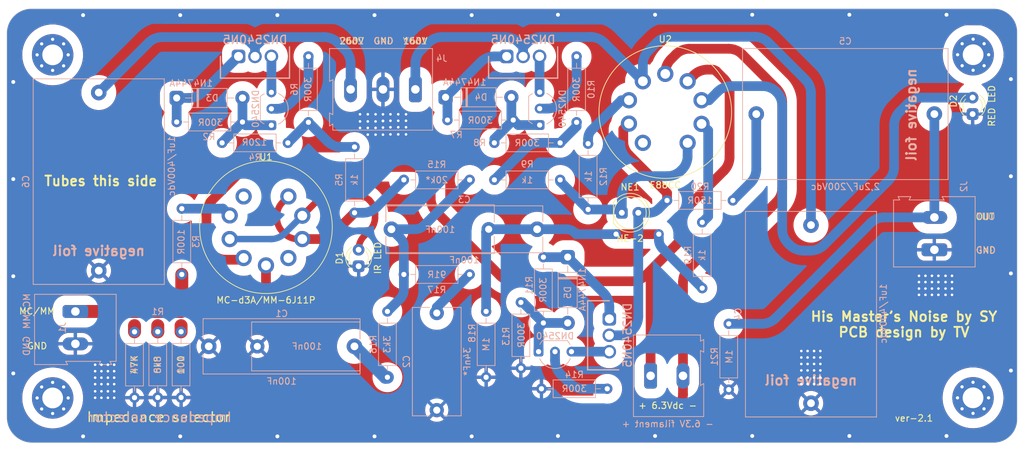
<source format=kicad_pcb>
(kicad_pcb (version 20221018) (generator pcbnew)
  (title_block (title "His Master's Noise") (date "2023-03-19") (rev "1") (company "DUY") (comment 3 "Schematic SY, PCB design tiberiuvicol"))
  (layers (0 "F.Cu" signal) (31 "B.Cu" signal) (34 "B.Paste" user) (35 "F.Paste" user) (36 "B.SilkS" user "B.Silkscreen") (37 "F.SilkS" user "F.Silkscreen") (38 "B.Mask" user) (39 "F.Mask" user) (44 "Edge.Cuts" user))
  (net 0 "")
  (net 1 "Net-(C1-Pad2)")
  (net 2 "GND")
  (net 3 "Net-(C2-Pad2)")
  (net 4 "Net-(C3-Pad2)")
  (net 5 "Net-(C3-Pad1)")
  (net 6 "Net-(C5-Pad2)")
  (net 7 "Net-(C5-Pad1)")
  (net 8 "Net-(D1-Pad2)")
  (net 9 "Net-(D2-Pad2)")
  (net 10 "Net-(NE1-Pad2)")
  (net 11 "Net-(NE1-Pad1)")
  (net 12 "Net-(Q1-Pad3)")
  (net 13 "Net-(D3-Pad1)")
  (net 14 "Net-(Q3-Pad3)")
  (net 15 "Net-(D3-Pad2)")
  (net 16 "Net-(Q5-Pad3)")
  (net 17 "Net-(D4-Pad1)")
  (net 18 "Net-(R3-Pad1)")
  (net 19 "Net-(R4-Pad2)")
  (net 20 "Net-(R15-Pad2)")
  (net 21 "Net-(R10-Pad2)")
  (net 22 "Net-(R12-Pad2)")
  (net 23 "Net-(R19-Pad1)")
  (net 24 "Net-(J1-Pad1)")
  (net 25 "Net-(C4-Pad1)")
  (net 26 "Net-(C6-Pad1)")
  (net 27 "Net-(D4-Pad2)")
  (net 28 "Net-(D5-Pad1)")
  (net 29 "Net-(D5-Pad2)")
  (net 30 "Net-(J3-Pad1)")
  (net 31 "Net-(J3-Pad2)")
  (net 32 "Net-(Q2-Pad2)")
  (net 33 "Net-(Q4-Pad2)")
  (net 34 "Net-(Q6-Pad2)")
  (footprint "LED_THT:LED_D3.0mm_IRBlack" (layer "F.Cu") (at 123.595 102.379 90)
    (fp_text reference "D1")
    (fp_text value "IR LED")
  )
  (footprint "LED_THT:LED_D3.0mm_IRGrey" (layer "F.Cu") (at 218.4 78.884 90)
    (fp_text reference "D2")
    (fp_text value "RED LED")
  )
  (footprint "LED_THT:LED_D5.0mm" (layer "F.Cu") (at 164.235 94.124)
    (fp_text reference "NE1")
    (fp_text value "NE-2")
  )
  (footprint "Valve:Valve_D3a" (layer "F.Cu") (at 105.84 91.604 180)
    (fp_text reference "U1")
    (fp_text value "MC-d3A/MM-6J11P")
  )
  (footprint "MountingHole:MountingHole_3.2mm_M3_Pad_Via" (layer "F.Cu") (at 76.35 122.72)
    (fp_text reference "H1" hide)
    (fp_text value "MountingHole")
  )
  (footprint "MountingHole:MountingHole_3.2mm_M3_Pad_Via" (layer "F.Cu") (at 76.35 69.74)
    (fp_text reference "H2" hide)
    (fp_text value "MountingHole" hide)
  )
  (footprint "MountingHole:MountingHole_3.2mm_M3_Pad_Via" (layer "F.Cu") (at 218.48 69.72)
    (fp_text reference "H3" hide)
    (fp_text value "MountingHole" hide)
  )
  (footprint "MountingHole:MountingHole_3.2mm_M3_Pad_Via" (layer "F.Cu") (at 218.464 122.699)
    (fp_text reference "H4" hide)
    (fp_text value "MountingHole")
  )
  (footprint "Valve:Valve_D3a" (layer "F.Cu") (at 174.395 83.329)
    (fp_text reference "U2")
    (fp_text value "E88CC")
  )
  (footprint "Capacitor_THT:C_Rect_L16.5mm_W7.3mm_P15.00mm_MKT" (layer "B.Cu") (at 107.95 114.76)
    (fp_text reference "C1")
    (fp_text value "100nF")
  )
  (footprint "Capacitor_THT:C_Rect_L16.5mm_W7.3mm_P15.00mm_MKT" (layer "B.Cu") (at 135.66 124.604 90)
    (fp_text reference "C2")
    (fp_text value "34nF*")
  )
  (footprint "Capacitor_THT:C_Rect_L31.5mm_W20.0mm_P27.50mm_MKS4" (layer "B.Cu") (at 212.495 78.884 180)
    (fp_text reference "C5")
    (fp_text value "2,2uF/200Vdc")
  )
  (footprint "SamacSys:TO254P483X1016X2375-3P" (layer "B.Cu") (at 105.05 69.98)
    (fp_text reference "Q1" hide)
    (fp_text value "DN2540N5")
  )
  (footprint "SamacSys:TO254P483X1016X2375-3P" (layer "B.Cu") (at 146.455 69.98)
    (fp_text reference "Q3" hide)
    (fp_text value "DN2540N5")
  )
  (footprint "Resistor_THT:R_Axial_DIN0207_L6.3mm_D2.5mm_P10.16mm_Horizontal" (layer "B.Cu") (at 95.5 80.11)
    (fp_text reference "R2")
    (fp_text value "300R")
  )
  (footprint "Resistor_THT:R_Axial_DIN0207_L6.3mm_D2.5mm_P10.16mm_Horizontal" (layer "B.Cu") (at 122.96 83.964 -90)
    (fp_text reference "R5")
    (fp_text value "1k")
  )
  (footprint "Resistor_THT:R_Axial_DIN0207_L6.3mm_D2.5mm_P10.16mm_Horizontal" (layer "B.Cu") (at 137.31 79.81)
    (fp_text reference "R7")
    (fp_text value "300R")
  )
  (footprint "Resistor_THT:R_Axial_DIN0207_L6.3mm_D2.5mm_P10.16mm_Horizontal" (layer "B.Cu") (at 144.55 83.329)
    (fp_text reference "R8")
    (fp_text value "300R")
  )
  (footprint "Resistor_THT:R_Axial_DIN0207_L6.3mm_D2.5mm_P10.16mm_Horizontal" (layer "B.Cu") (at 144.55 89.044)
    (fp_text reference "R9")
    (fp_text value "1k")
  )
  (footprint "Resistor_THT:R_Axial_DIN0207_L6.3mm_D2.5mm_P10.16mm_Horizontal" (layer "B.Cu") (at 157.25 69.994 -90)
    (fp_text reference "R10")
    (fp_text value "300R")
  )
  (footprint "Resistor_THT:R_Axial_DIN0207_L6.3mm_D2.5mm_P10.16mm_Horizontal" (layer "B.Cu") (at 140.74 89.044 180)
    (fp_text reference "R15")
    (fp_text value "20k*")
  )
  (footprint "Resistor_THT:R_Axial_DIN0207_L6.3mm_D2.5mm_P10.16mm_Horizontal" (layer "B.Cu") (at 128.04 109.364 -90)
    (fp_text reference "R16")
    (fp_text value "3k3")
  )
  (footprint "Resistor_THT:R_Axial_DIN0207_L6.3mm_D2.5mm_P10.16mm_Horizontal" (layer "B.Cu") (at 130.58 103.649)
    (fp_text reference "R17")
    (fp_text value "91R")
  )
  (footprint "Resistor_THT:R_Axial_DIN0207_L6.3mm_D2.5mm_P10.16mm_Horizontal" (layer "B.Cu") (at 143.28 109.364 -90)
    (fp_text reference "R18")
    (fp_text value "1M")
  )
  (footprint "Resistor_THT:R_Axial_DIN0207_L6.3mm_D2.5mm_P10.16mm_Horizontal" (layer "B.Cu") (at 181.38 92.219 180)
    (fp_text reference "R20")
    (fp_text value "150R")
  )
  (footprint "Resistor_THT:R_Axial_DIN0207_L6.3mm_D2.5mm_P10.16mm_Horizontal" (layer "B.Cu") (at 180.745 121.429 90)
    (fp_text reference "R21")
    (fp_text value "1M")
  )
  (footprint "Resistor_THT:R_Axial_DIN0207_L6.3mm_D2.5mm_P10.16mm_Horizontal" (layer "B.Cu") (at 96.29 93.489 -90)
    (fp_text reference "R3")
    (fp_text value "100R")
  )
  (footprint "SamacSys:TO254P483X1016X2375-3P" (layer "B.Cu") (at 162.306 110.504 -90)
    (fp_text reference "Q5" hide)
    (fp_text value "DN2540N5")
  )
  (footprint "Resistor_THT:R_Axial_DIN0207_L6.3mm_D2.5mm_P10.16mm_Horizontal" (layer "B.Cu") (at 152.12 100.98 -90)
    (fp_text reference "R11")
    (fp_text value "300R")
  )
  (footprint "Resistor_THT:R_Axial_DIN0207_L6.3mm_D2.5mm_P10.16mm_Horizontal" (layer "B.Cu") (at 161.985 121.299 180)
    (fp_text reference "R14")
    (fp_text value "300R")
  )
  (footprint "Resistor_THT:R_Axial_DIN0207_L6.3mm_D2.5mm_P10.16mm_Horizontal" (layer "B.Cu") (at 148.65 107.964 -90)
    (fp_text reference "R13")
    (fp_text value "300R")
  )
  (footprint "Resistor_THT:R_Axial_DIN0207_L6.3mm_D2.5mm_P10.16mm_Horizontal" (layer "B.Cu") (at 88.99 112.51 -90)
    (fp_text reference "R1" hide)
    (fp_text value "47K")
  )
  (footprint "Resistor_THT:R_Axial_DIN0207_L6.3mm_D2.5mm_P10.16mm_Horizontal" (layer "B.Cu") (at 176.65 95.604 -90)
    (fp_text reference "R19")
    (fp_text value "1k")
  )
  (footprint "Resistor_THT:R_Axial_DIN0207_L6.3mm_D2.5mm_P10.16mm_Horizontal" (layer "B.Cu") (at 159.028 93.616 90)
    (fp_text reference "R12")
    (fp_text value "1k")
  )
  (footprint "TerminalBlock:TerminalBlock_Altech_AK300-2_P5.00mm" (layer "B.Cu") (at 212.495 99.839 90)
    (fp_text reference "J2")
    (fp_text value "OUT")
  )
  (footprint "TerminalBlock:TerminalBlock_Altech_AK300-3_P5.00mm" (layer "B.Cu") (at 132.355 75.074 180)
    (fp_text reference "J4")
    (fp_text value "160V  GND  260V")
  )
  (footprint "Resistor_THT:R_Axial_DIN0207_L6.3mm_D2.5mm_P10.16mm_Horizontal" (layer "B.Cu") (at 102.51 83.329)
    (fp_text reference "R4")
    (fp_text value "120R")
  )
  (footprint "TerminalBlock:TerminalBlock_Altech_AK300-2_P5.00mm" (layer "B.Cu") (at 79.86 109.364 -90)
    (fp_text reference "J1" hide)
    (fp_text value "MC/MM")
  )
  (footprint "Resistor_THT:R_Axial_DIN0207_L6.3mm_D2.5mm_P10.16mm_Horizontal" (layer "B.Cu") (at 115.845 69.994 -90)
    (fp_text reference "R6")
    (fp_text value "300R")
  )
  (footprint "Capacitor_THT:C_Rect_L16.5mm_W7.3mm_P15.00mm_MKT" (layer "B.Cu") (at 128.675 96.664)
    (fp_text reference "C3" hide)
    (fp_text value "100nF")
  )
  (footprint "Capacitor_THT:C_Rect_L31.5mm_W20.0mm_P27.50mm_MKS4" (layer "B.Cu") (at 193.445 96.029 -90)
    (fp_text reference "C4")
    (fp_text value "1uF/400Vdc")
  )
  (footprint "Capacitor_THT:C_Rect_L31.5mm_W20.0mm_P27.50mm_MKS4" (layer "B.Cu") (at 83.47 75.56 -90)
    (fp_text reference "C6")
    (fp_text value "1uF/400Vdc")
  )
  (footprint "TerminalBlock:TerminalBlock_Altech_AK300-2_P5.00mm" (layer "B.Cu") (at 168.68 119.3)
    (fp_text reference "J3" hide)
    (fp_text value "- 6.3V filament +")
  )
  (footprint "Resistor_THT:R_Axial_DIN0207_L6.3mm_D2.5mm_P10.16mm_Horizontal" (layer "B.Cu") (at 96.18 112.49 -90)
    (fp_text reference "R1")
    (fp_text value "100")
  )
  (footprint "Diode_THT:D_DO-41_SOD81_P10.16mm_Horizontal" (layer "B.Cu") (at 137.02 76.29)
    (fp_text reference "D4" hide)
    (fp_text value "1N4744A")
  )
  (footprint "Diode_THT:D_DO-41_SOD81_P10.16mm_Horizontal" (layer "B.Cu") (at 95.5 76.4)
    (fp_text reference "D3" hide)
    (fp_text value "1N4744A")
  )
  (footprint "Package_TO_SOT_THT:TO-92L_Inline_Wide" (layer "B.Cu") (at 151.38 115.57)
    (fp_text reference "Q6" hide)
    (fp_text value "DN2540")
  )
  (footprint "Resistor_THT:R_Axial_DIN0207_L6.3mm_D2.5mm_P10.16mm_Horizontal" (layer "B.Cu") (at 92.58 112.49 -90)
    (fp_text reference "R1" hide)
    (fp_text value "6k8")
  )
  (footprint "Diode_THT:D_DO-41_SOD81_P10.16mm_Horizontal" (layer "B.Cu") (at 155.88 100.97 -90)
    (fp_text reference "D5" hide)
    (fp_text value "1N4744A")
  )
  (footprint "Capacitor_THT:C_Rect_L24.0mm_W8.3mm_P22.50mm_MKT" (layer "B.Cu") (at 100.45 114.75)
    (fp_text reference "C1" hide)
    (fp_text value "100nF")
  )
  (footprint "Package_TO_SOT_THT:TO-92L_Inline_Wide" (layer "B.Cu") (at 151.55 80.58 90)
    (fp_text reference "Q4" hide)
    (fp_text value "DN2540")
  )
  (footprint "Capacitor_THT:C_Rect_L24.0mm_W7.0mm_P22.50mm_MKT" (layer "B.Cu") (at 128.66 96.67)
    (fp_text reference "C3")
    (fp_text value "100nF")
  )
  (footprint "Package_TO_SOT_THT:TO-92L_Inline_Wide" (layer "B.Cu") (at 110.12 80.61 90)
    (fp_text reference "Q2" hide)
    (fp_text value "DN2540")
  )
  (gr_line (start 73.182344 62.623061) (end 221.68 62.62) (stroke (width 0.05)) (layer "Edge.Cuts"))
  (gr_line (start 225.28 66.22) (end 225.28 126.020002) (stroke (width 0.05)) (layer "Edge.Cuts"))
  (gr_line (start 73.18 129.62) (end 221.778611 129.62) (stroke (width 0.05)) (layer "Edge.Cuts"))
  (gr_arc (start 225.28 126.020002) (mid 224.26029 128.530963) (end 221.778611 129.62) (stroke (width 0.05)) (layer "Edge.Cuts"))
  (gr_arc (start 73.18 129.62) (mid 70.422284 128.477716) (end 69.28 125.72) (stroke (width 0.05)) (layer "Edge.Cuts"))
  (gr_arc (start 69.28103 66.423061) (mid 70.43 63.699999) (end 73.182344 62.623061) (stroke (width 0.05)) (layer "Edge.Cuts"))
  (gr_arc (start 221.68 62.62) (mid 224.225584 63.674416) (end 225.28 66.22) (stroke (width 0.05)) (layer "Edge.Cuts"))
  (gr_line (start 69.28 125.72) (end 69.28103 66.423061) (stroke (width 0.05)) (layer "Edge.Cuts"))
  (gr_text "GND" (at 72.33 114.69 90) (layer "B.SilkS") (effects (font (size 1 1)) (justify mirror)))
  (gr_text "negative foil" (at 193.43 120) (layer "B.SilkS") (effects (font (size 1.5 1.5) (thickness 0.3)) (justify mirror)))
  (gr_text "Impedance selector" (at 92.91 125.69) (layer "B.SilkS") (effects (font (size 1.5 1.5) (thickness 0.2)) (justify mirror)))
  (gr_text "negative foil" (at 83.44 100.01) (layer "B.SilkS") (effects (font (size 1.5 1.5) (thickness 0.3)) (justify mirror)))
  (gr_text "GND" (at 220.44 99.92) (layer "B.SilkS") (effects (font (size 1 1)) (justify mirror)))
  (gr_text "negative foil" (at 208.94 79 90) (layer "B.SilkS") (effects (font (size 1.5 1.5) (thickness 0.3)) (justify mirror)))
  (gr_text "His Master’s Noise by SY\nPCB design by TV" (at 207.8 111.36) (layer "F.SilkS") (effects (font (size 1.5 1.5) (thickness 0.3))))
  (gr_text "ver-2.1" (at 209.35 125.85) (layer "F.SilkS") (effects (font (size 1 1))))
  (gr_text "Impedance selector" (at 92.72 125.67) (layer "F.SilkS") (effects (font (size 1.5 1.5) (thickness 0.2))))
  (gr_text "GND" (at 73.96 114.69) (layer "F.SilkS") (effects (font (size 1 1))))
  (gr_text "Tubes this side" (at 83.77 89.21) (layer "F.SilkS") (effects (font (size 1.5 1.5) (thickness 0.3))))
  (gr_text "GND" (at 220.44 99.91) (layer "F.SilkS") (effects (font (size 1 1))))
  (segment (start 128.04 119.524) (end 127.714 119.524) (width 2) (layer "B.Cu") (net 1))
  (segment (start 127.714 119.524) (end 122.95 114.76) (width 2) (layer "B.Cu") (net 1))
  (via (at 224.31 88.49) (size 1) (drill 0.6) (layers "F.Cu" "B.Cu") (net 2))
  (via (at 82.91 120.59) (size 0.8) (drill 0.4) (layers "F.Cu" "B.Cu") (net 2))
  (via (at 70.27 73.926392) (size 1) (drill 0.6) (layers "F.Cu" "B.Cu") (net 2))
  (via (at 128.51 79.92) (size 0.8) (drill 0.4) (layers "F.Cu" "B.Cu") (net 2))
  (via (at 212.12 103.86) (size 0.8) (drill 0.4) (layers "F.Cu" "B.Cu") (net 2))
  (via (at 211.12 106.8) (size 0.8) (drill 0.4) (layers "F.Cu" "B.Cu") (net 2))
  (via (at 191.95 118.47) (size 0.8) (drill 0.4) (layers "F.Cu" "B.Cu") (net 2))
  (via (at 129.71 80.92) (size 0.8) (drill 0.4) (layers "F.Cu" "B.Cu") (net 2))
  (via (at 214.22 105.83) (size 0.8) (drill 0.4) (layers "F.Cu" "B.Cu") (net 2))
  (via (at 211.12 104.83) (size 0.8) (drill 0.4) (layers "F.Cu" "B.Cu") (net 2))
  (via (at 210.12 105.83) (size 0.8) (drill 0.4) (layers "F.Cu" "B.Cu") (net 2))
  (via (at 154.37 63.55) (size 1) (drill 0.6) (layers "F.Cu" "B.Cu") (net 2))
  (via (at 128.51 78.92) (size 0.8) (drill 0.4) (layers "F.Cu" "B.Cu") (net 2))
  (via (at 212.12 104.83) (size 0.8) (drill 0.4) (layers "F.Cu" "B.Cu") (net 2))
  (via (at 126.21 78.92) (size 0.8) (drill 0.4) (layers "F.Cu" "B.Cu") (net 2))
  (via (at 83.88 120.59) (size 0.8) (drill 0.4) (layers "F.Cu" "B.Cu") (net 2))
  (via (at 126.05 63.61) (size 1) (drill 0.6) (layers "F.Cu" "B.Cu") (net 2))
  (via (at 169.37 128.59) (size 1) (drill 0.6) (layers "F.Cu" "B.Cu") (net 2))
  (via (at 82.91 122.69) (size 0.8) (drill 0.4) (layers "F.Cu" "B.Cu") (net 2))
  (via (at 125.01 78.92) (size 0.8) (drill 0.4) (layers "F.Cu" "B.Cu") (net 2))
  (via (at 84.88 119.59) (size 0.8) (drill 0.4) (layers "F.Cu" "B.Cu") (net 2))
  (via (at 82.91 117.59) (size 0.8) (drill 0.4) (layers "F.Cu" "B.Cu") (net 2))
  (via (at 85.85 121.69) (size 0.8) (drill 0.4) (layers "F.Cu" "B.Cu") (net 2))
  (via (at 130.91 78.92) (size 0.8) (drill 0.4) (layers "F.Cu" "B.Cu") (net 2))
  (via (at 130.91 80.92) (size 0.8) (drill 0.4) (layers "F.Cu" "B.Cu") (net 2))
  (via (at 125.01 82.06) (size 0.8) (drill 0.4) (layers "F.Cu" "B.Cu") (net 2))
  (via (at 81.05 63.61) (size 1) (drill 0.6) (layers "F.Cu" "B.Cu") (net 2))
  (via (at 84.88 117.59) (size 0.8) (drill 0.4) (layers "F.Cu" "B.Cu") (net 2))
  (via (at 192.92 115.47) (size 0.8) (drill 0.4) (layers "F.Cu" "B.Cu") (net 2))
  (via (at 141.05 63.61) (size 1) (drill 0.6) (layers "F.Cu" "B.Cu") (net 2))
  (via (at 212.12 105.83) (size 0.8) (drill 0.4) (layers "F.Cu" "B.Cu") (net 2))
  (via (at 212.12 106.8) (size 0.8) (drill 0.4) (layers "F.Cu" "B.Cu") (net 2))
  (via (at 193.92 115.47) (size 0.8) (drill 0.4) (layers "F.Cu" "B.Cu") (net 2))
  (via (at 82.91 121.69) (size 0.8) (drill 0.4) (layers "F.Cu" "B.Cu") (net 2))
  (via (at 111.05 63.61) (size 1) (drill 0.6) (layers "F.Cu" "B.Cu") (net 2))
  (via (at 154.37 128.59) (size 1) (drill 0.6) (layers "F.Cu" "B.Cu") (net 2))
  (via (at 85.85 122.69) (size 0.8) (drill 0.4) (layers "F.Cu" "B.Cu") (net 2))
  (via (at 126.05 128.65) (size 1) (drill 0.6) (layers "F.Cu" "B.Cu") (net 2))
  (via (at 85.85 118.59) (size 0.8) (drill 0.4) (layers "F.Cu" "B.Cu") (net 2))
  (via (at 224.31 73.49) (size 1) (drill 0.6) (layers "F.Cu" "B.Cu") (net 2))
  (via (at 191.95 117.47) (size 0.8) (drill 0.4) (layers "F.Cu" "B.Cu") (net 2))
  (via (at 126.21 80.02) (size 0.8) (drill 0.4) (layers "F.Cu" "B.Cu") (net 2))
  (via (at 184.37 128.59) (size 1) (drill 0.6) (layers "F.Cu" "B.Cu") (net 2))
  (via (at 215.22 106.8) (size 0.8) (drill 0.4) (layers "F.Cu" "B.Cu") (net 2))
  (via (at 127.355 78.931) (size 0.8) (drill 0.4) (layers "F.Cu" "B.Cu") (net 2))
  (via (at 111.05 128.65) (size 1) (drill 0.6) (layers "F.Cu" "B.Cu") (net 2))
  (via (at 123.81 81.02) (size 0.8) (drill 0.4) (layers "F.Cu" "B.Cu") (net 2))
  (via (at 215.22 104.83) (size 0.8) (drill 0.4) (layers "F.Cu" "B.Cu") (net 2))
  (via (at 83.88 118.59) (size 0.8) (drill 0.4) (layers "F.Cu" "B.Cu") (net 2))
  (via (at 83.88 119.59) (size 0.8) (drill 0.4) (layers "F.Cu" "B.Cu") (net 2))
  (via (at 199.37 128.59) (size 1) (drill 0.6) (layers "F.Cu" "B.Cu") (net 2))
  (via (at 192.92 119.57) (size 0.8) (drill 0.4) (layers "F.Cu" "B.Cu") (net 2))
  (via (at 125.01 80.02) (size 0.8) (drill 0.4) (layers "F.Cu" "B.Cu") (net 2))
  (via (at 194.89 118.47) (size 0.8) (drill 0.4) (layers "F.Cu" "B.Cu") (net 2))
  (via (at 128.51 82.02) (size 0.8) (drill 0.4) (layers "F.Cu" "B.Cu") (net 2))
  (via (at 123.81 80.02) (size 0.8) (drill 0.4) (layers "F.Cu" "B.Cu") (net 2))
  (via (at 214.37 63.55) (size 1) (drill 0.6) (layers "F.Cu" "B.Cu") (net 2))
  (via (at 213.12 103.86) (size 0.8) (drill 0.4) (layers "F.Cu" "B.Cu") (net 2))
  (via (at 123.81 78.92) (size 0.8) (drill 0.4) (layers "F.Cu" "B.Cu") (net 2))
  (via (at 193.92 116.47) (size 0.8) (drill 0.4) (layers "F.Cu" "B.Cu") (net 2))
  (via (at 85.85 119.59) (size 0.8) (drill 0.4) (layers "F.Cu" "B.Cu") (net 2))
  (via (at 125.01 81.02) (size 0.8) (drill 0.4) (layers "F.Cu" "B.Cu") (net 2))
  (via (at 192.92 118.47) (size 0.8) (drill 0.4) (layers "F.Cu" "B.Cu") (net 2))
  (via (at 85.85 120.59) (size 0.8) (drill 0.4) (layers "F.Cu" "B.Cu") (net 2))
  (via (at 127.355 79.947) (size 0.8) (drill 0.4) (layers "F.Cu" "B.Cu") (net 2))
  (via (at 211.12 103.86) (size 0.8) (drill 0.4) (layers "F.Cu" "B.Cu") (net 2))
  (via (at 194.89 119.57) (size 0.8) (drill 0.4) (layers "F.Cu" "B.Cu") (net 2))
  (via (at 199.37 63.55) (size 1) (drill 0.6) (layers "F.Cu" "B.Cu") (net 2))
  (via (at 192.92 116.47) (size 0.8) (drill 0.4) (layers "F.Cu" "B.Cu") (net 2))
  (via (at 141.05 128.65) (size 1) (drill 0.6) (layers "F.Cu" "B.Cu") (net 2))
  (via (at 191.95 116.47) (size 0.8) (drill 0.4) (layers "F.Cu" "B.Cu") (net 2))
  (via (at 191.95 119.57) (size 0.8) (drill 0.4) (layers "F.Cu" "B.Cu") (net 2))
  (via (at 127.355 80.963) (size 0.8) (drill 0.4) (layers "F.Cu" "B.Cu") (net 2))
  (via (at 169.37 63.55) (size 1) (drill 0.6) (layers "F.Cu" "B.Cu") (net 2))
  (via (at 82.91 118.59) (size 0.8) (drill 0.4) (layers "F.Cu" "B.Cu") (net 2))
  (via (at 194.89 116.47) (size 0.8) (drill 0.4) (layers "F.Cu" "B.Cu") (net 2))
  (via (at 127.355 82.063) (size 0.8) (drill 0.4) (layers "F.Cu" "B.Cu") (net 2))
  (via (at 129.71 82.02) (size 0.8) (drill 0.4) (layers "F.Cu" "B.Cu") (net 2))
  (via (at 214.22 103.86) (size 0.8) (drill 0.4) (layers "F.Cu" "B.Cu") (net 2))
  (via (at 194.89 120.57) (size 0.8) (drill 0.4) (layers "F.Cu" "B.Cu") (net 2))
  (via (at 126.21 82.06) (size 0.8) (drill 0.4) (layers "F.Cu" "B.Cu") (net 2))
  (via (at 81.05 128.65) (size 1) (drill 0.6) (layers "F.Cu" "B.Cu") (net 2))
  (via (at 224.31 118.49) (size 1) (drill 0.6) (layers "F.Cu" "B.Cu") (net 2))
  (via (at 129.71 78.92) (size 0.8) (drill 0.4) (layers "F.Cu" "B.Cu") (net 2))
  (via (at 194.89 115.47) (size 0.8) (drill 0.4) (layers "F.Cu" "B.Cu") (net 2))
  (via (at 192.92 120.57) (size 0.8) (drill 0.4) (layers "F.Cu" "B.Cu") (net 2))
  (via (at 83.88 122.69) (size 0.8) (drill 0.4) (layers "F.Cu" "B.Cu") (net 2))
  (via (at 130.91 79.92) (size 0.8) (drill 0.4) (layers "F.Cu" "B.Cu") (net 2))
  (via (at 85.85 117.59) (size 0.8) (drill 0.4) (layers "F.Cu" "B.Cu") (net 2))
  (via (at 84.88 121.69) (size 0.8) (drill 0.4) (layers "F.Cu" "B.Cu") (net 2))
  (via (at 83.88 121.69) (size 0.8) (drill 0.4) (layers "F.Cu" "B.Cu") (net 2))
  (via (at 84.88 118.59) (size 0.8) (drill 0.4) (layers "F.Cu" "B.Cu") (net 2))
  (via (at 214.22 104.83) (size 0.8) (drill 0.4) (layers "F.Cu" "B.Cu") (net 2))
  (via (at 96.05 63.61) (size 1) (drill 0.6) (layers "F.Cu" "B.Cu") (net 2))
  (via (at 130.91 82.02) (size 0.8) (drill 0.4) (layers "F.Cu" "B.Cu") (net 2))
  (via (at 213.12 106.8) (size 0.8) (drill 0.4) (layers "F.Cu" "B.Cu") (net 2))
  (via (at 70.27 103.926392) (size 1) (drill 0.6) (layers "F.Cu" "B.Cu") (net 2))
  (via (at 210.12 104.83) (size 0.8) (drill 0.4) (layers "F.Cu" "B.Cu") (net 2))
  (via (at 70.27 118.926392) (size 1) (drill 0.6) (layers "F.Cu" "B.Cu") (net 2))
  (via (at 192.92 117.47) (size 0.8) (drill 0.4) (layers "F.Cu" "B.Cu") (net 2))
  (via (at 214.22 106.8) (size 0.8) (drill 0.4) (layers "F.Cu" "B.Cu") (net 2))
  (via (at 210.12 106.8) (size 0.8) (drill 0.4) (layers "F.Cu" "B.Cu") (net 2))
  (via (at 193.92 117.47) (size 0.8) (drill 0.4) (layers "F.Cu" "B.Cu") (net 2))
  (via (at 191.95 120.57) (size 0.8) (drill 0.4) (layers "F.Cu" "B.Cu") (net 2))
  (via (at 96.05 128.65) (size 1) (drill 0.6) (layers "F.Cu" "B.Cu") (net 2))
  (via (at 70.27 88.926392) (size 1) (drill 0.6) (layers "F.Cu" "B.Cu") (net 2))
  (via (at 224.31 103.49) (size 1) (drill 0.6) (layers "F.Cu" "B.Cu") (net 2))
  (via (at 84.88 122.69) (size 0.8) (drill 0.4) (layers "F.Cu" "B.Cu") (net 2))
  (via (at 213.12 104.83) (size 0.8) (drill 0.4) (layers "F.Cu" "B.Cu") (net 2))
  (via (at 210.12 103.86) (size 0.8) (drill 0.4) (layers "F.Cu" "B.Cu") (net 2))
  (via (at 184.37 63.55) (size 1) (drill 0.6) (layers "F.Cu" "B.Cu") (net 2))
  (via (at 193.92 119.57) (size 0.8) (drill 0.4) (layers "F.Cu" "B.Cu") (net 2))
  (via (at 193.92 120.57) (size 0.8) (drill 0.4) (layers "F.Cu" "B.Cu") (net 2))
  (via (at 129.71 79.92) (size 0.8) (drill 0.4) (layers "F.Cu" "B.Cu") (net 2))
  (via (at 213.12 105.83) (size 0.8) (drill 0.4) (layers "F.Cu" "B.Cu") (net 2))
  (via (at 214.37 128.59) (size 1) (drill 0.6) (layers "F.Cu" "B.Cu") (net 2))
  (via (at 126.21 81.02) (size 0.8) (drill 0.4) (layers "F.Cu" "B.Cu") (net 2))
  (via (at 211.12 105.83) (size 0.8) (drill 0.4) (layers "F.Cu" "B.Cu") (net 2))
  (via (at 191.95 115.47) (size 0.8) (drill 0.4) (layers "F.Cu" "B.Cu") (net 2))
  (via (at 82.91 119.59) (size 0.8) (drill 0.4) (layers "F.Cu" "B.Cu") (net 2))
  (via (at 194.89 117.47) (size 0.8) (drill 0.4) (layers "F.Cu" "B.Cu") (net 2))
  (via (at 83.88 117.59) (size 0.8) (drill 0.4) (layers "F.Cu" "B.Cu") (net 2))
  (via (at 215.22 103.86) (size 0.8) (drill 0.4) (layers "F.Cu" "B.Cu") (net 2))
  (via (at 215.22 105.83) (size 0.8) (drill 0.4) (layers "F.Cu" "B.Cu") (net 2))
  (via (at 127.355 79.947) (size 0.8) (drill 0.4) (layers "F.Cu" "B.Cu") (net 2))
  (via (at 193.92 118.47) (size 0.8) (drill 0.4) (layers "F.Cu" "B.Cu") (net 2))
  (via (at 84.88 120.59) (size 0.8) (drill 0.4) (layers "F.Cu" "B.Cu") (net 2))
  (via (at 128.51 80.92) (size 0.8) (drill 0.4) (layers "F.Cu" "B.Cu") (net 2))
  (segment (start 135.66 108.729) (end 140.74 103.649) (width 1.5) (layer "B.Cu") (net 3))
  (segment (start 135.66 109.604) (end 135.66 108.729) (width 1.5) (layer "B.Cu") (net 3))
  (segment (start 169.95 97.426) (end 169.95 97.426) (width 1.5) (layer "F.Cu") (net 4))
  (segment (start 163.346 97.426) (end 169.95 97.426) (width 1.5) (layer "F.Cu") (net 4))
  (via (at 163.346 97.426) (size 1) (drill 0.8) (layers "F.Cu" "B.Cu") (net 4))
  (via (at 169.95 97.426) (size 1) (drill 0.8) (layers "F.Cu" "B.Cu") (net 4))
  (segment (start 163.346 97.426) (end 163.346 97.426) (width 1.5) (layer "B.Cu") (net 4))
  (segment (start 143.675 96.664) (end 155.621575 96.664) (width 1.5) (layer "B.Cu") (net 4))
  (segment (start 169.95 97.426) (end 169.95 98.235573) (width 1.5) (layer "B.Cu") (net 4))
  (segment (start 157.035789 97.249787) (end 157.212002 97.426) (width 1.5) (layer "B.Cu") (net 4))
  (segment (start 157.212002 97.426) (end 163.346 97.426) (width 1.5) (layer "B.Cu") (net 4))
  (segment (start 170.535787 99.649787) (end 176.65 105.764) (width 1.5) (layer "B.Cu") (net 4))
  (segment (start 143.28 97.059) (end 143.675 96.664) (width 1.5) (layer "B.Cu") (net 4))
  (segment (start 143.28 109.364) (end 143.28 97.059) (width 1.5) (layer "B.Cu") (net 4))
  (arc (start 169.95 98.235573) (mid 170.102241 99.00094) (end 170.535787 99.649787) (width 1.5) (layer "B.Cu") (net 4))
  (arc (start 155.621575 96.664) (mid 156.386942 96.816241) (end 157.035789 97.249787) (width 1.5) (layer "B.Cu") (net 4))
  (segment (start 130.58 103.649) (end 130.58 99.397427) (width 1.5) (layer "B.Cu") (net 5))
  (segment (start 129.994213 97.983213) (end 128.675 96.664) (width 1.5) (layer "B.Cu") (net 5))
  (segment (start 140.74 89.044) (end 133.705786 96.078214) (width 1.5) (layer "B.Cu") (net 5))
  (segment (start 129.994213 107.409787) (end 128.04 109.364) (width 1.5) (layer "B.Cu") (net 5))
  (segment (start 130.58 103.649) (end 130.58 105.995573) (width 1.5) (layer "B.Cu") (net 5))
  (segment (start 132.291573 96.664) (end 128.675 96.664) (width 1.5) (layer "B.Cu") (net 5))
  (arc (start 130.58 99.397427) (mid 130.427759 98.63206) (end 129.994213 97.983213) (width 1.5) (layer "B.Cu") (net 5))
  (arc (start 129.994213 107.409787) (mid 130.427759 106.76094) (end 130.58 105.995573) (width 1.5) (layer "B.Cu") (net 5))
  (arc (start 133.705786 96.078214) (mid 133.05694 96.511759) (end 132.291573 96.664) (width 1.5) (layer "B.Cu") (net 5))
  (segment (start 184.995 78.884) (end 184.995 87.361359) (width 1.5) (layer "B.Cu") (net 6))
  (segment (start 184.11632 89.48268) (end 181.38 92.219) (width 1.5) (layer "B.Cu") (net 6))
  (arc (start 184.995 87.361359) (mid 184.766638 88.50941) (end 184.11632 89.48268) (width 1.5) (layer "B.Cu") (net 6))
  (segment (start 180.745 111.269) (end 185.852359 111.269) (width 1.5) (layer "B.Cu") (net 7))
  (segment (start 204.767641 94.839) (end 212.495 94.839) (width 1.5) (layer "B.Cu") (net 7))
  (segment (start 212.495 78.884) (end 212.495 94.839) (width 1.5) (layer "B.Cu") (net 7))
  (segment (start 187.97368 110.39032) (end 202.646321 95.717679) (width 1.5) (layer "B.Cu") (net 7))
  (arc (start 185.852359 111.269) (mid 187.00041 111.040638) (end 187.97368 110.39032) (width 1.5) (layer "B.Cu") (net 7))
  (arc (start 204.767641 94.839) (mid 203.619591 95.067361) (end 202.646321 95.717679) (width 1.5) (layer "B.Cu") (net 7))
  (segment (start 126.020155 95.617557) (end 126.095078 95.289296) (width 1) (layer "F.Cu") (net 8))
  (segment (start 125.908949 95.935366) (end 126.020155 95.617557) (width 1) (layer "F.Cu") (net 8))
  (segment (start 125.373791 96.787064) (end 125.583722 96.523819) (width 1) (layer "F.Cu") (net 8))
  (segment (start 125.762859 96.238725) (end 125.908949 95.935366) (width 1) (layer "F.Cu") (net 8))
  (segment (start 126.095078 95.289296) (end 126.132777 94.95471) (width 1) (layer "F.Cu") (net 8))
  (segment (start 124.47368 97.69032) (end 125.256321 96.907679) (width 1) (layer "F.Cu") (net 8))
  (segment (start 123.825573 91.584) (end 119.132641 91.584) (width 1) (layer "F.Cu") (net 8))
  (segment (start 125.256321 96.907679) (end 125.373791 96.787064) (width 1) (layer "F.Cu") (net 8))
  (segment (start 125.254097 92.184097) (end 125.239786 92.169786) (width 1) (layer "F.Cu") (net 8))
  (segment (start 126.132777 94.95471) (end 126.132777 94.305418) (width 1) (layer "F.Cu") (net 8))
  (segment (start 125.583722 96.523819) (end 125.762859 96.238725) (width 1) (layer "F.Cu") (net 8))
  (segment (start 123.595 99.839) (end 123.595 99.811641) (width 1) (layer "F.Cu") (net 8))
  (segment (start 117.01132 92.46268) (end 114.9 94.574) (width 1) (layer "F.Cu") (net 8))
  (arc (start 119.132641 91.584) (mid 117.98459 91.812361) (end 117.01132 92.46268) (width 1) (layer "F.Cu") (net 8))
  (arc (start 125.254097 92.184097) (mid 125.904416 93.157367) (end 126.132777 94.305418) (width 1) (layer "F.Cu") (net 8))
  (arc (start 125.239786 92.169786) (mid 124.59094 91.736241) (end 123.825573 91.584) (width 1) (layer "F.Cu") (net 8))
  (arc (start 123.595 99.811641) (mid 123.823361 98.66359) (end 124.47368 97.69032) (width 1) (layer "F.Cu") (net 8))
  (segment (start 112.16868 97.30532) (end 114.9 94.574) (width 1) (layer "B.Cu") (net 8))
  (segment (start 103.69 98.184) (end 110.047359 98.184) (width 1) (layer "B.Cu") (net 8))
  (arc (start 110.047359 98.184) (mid 111.19541 97.955638) (end 112.16868 97.30532) (width 1) (layer "B.Cu") (net 8))
  (segment (start 206.272 87.039359) (end 206.272 80.634641) (width 1.5) (layer "B.Cu") (net 9))
  (segment (start 189.87868 98.81268) (end 190.153321 99.087321) (width 1.5) (layer "B.Cu") (net 9))
  (segment (start 188.10068 75.44468) (end 188.121321 75.465321) (width 1.5) (layer "B.Cu") (net 9))
  (segment (start 176.545 76.749) (end 177.712234 76.749) (width 1.5) (layer "B.Cu") (net 9))
  (segment (start 177.712234 76.749) (end 179.016555 75.444679) (width 1.5) (layer "B.Cu") (net 9))
  (segment (start 195.46668 99.08732) (end 205.393321 89.160679) (width 1.5) (layer "B.Cu") (net 9))
  (segment (start 192.274641 99.966) (end 193.345359 99.966) (width 1.5) (layer "B.Cu") (net 9))
  (segment (start 189 77.586641) (end 189 96.691359) (width 1.5) (layer "B.Cu") (net 9))
  (segment (start 207.15068 78.51332) (end 208.441321 77.222679) (width 1.5) (layer "B.Cu") (net 9))
  (segment (start 181.137875 74.566) (end 185.979359 74.566) (width 1.5) (layer "B.Cu") (net 9))
  (segment (start 210.562641 76.344) (end 218.4 76.344) (width 1.5) (layer "B.Cu") (net 9))
  (arc (start 189.87868 98.81268) (mid 189.228361 97.83941) (end 189 96.691359) (width 1.5) (layer "B.Cu") (net 9))
  (arc (start 188.121321 75.465321) (mid 188.771639 76.438591) (end 189 77.586641) (width 1.5) (layer "B.Cu") (net 9))
  (arc (start 195.46668 99.08732) (mid 194.49341 99.737639) (end 193.345359 99.966) (width 1.5) (layer "B.Cu") (net 9))
  (arc (start 208.441321 77.222679) (mid 209.414591 76.572361) (end 210.562641 76.344) (width 1.5) (layer "B.Cu") (net 9))
  (arc (start 188.10068 75.44468) (mid 187.12741 74.794361) (end 185.979359 74.566) (width 1.5) (layer "B.Cu") (net 9))
  (arc (start 190.153321 99.087321) (mid 191.126591 99.737639) (end 192.274641 99.966) (width 1.5) (layer "B.Cu") (net 9))
  (arc (start 206.272 87.039359) (mid 206.043639 88.187409) (end 205.393321 89.160679) (width 1.5) (layer "B.Cu") (net 9))
  (arc (start 206.272 80.634641) (mid 206.500362 79.48659) (end 207.15068 78.51332) (width 1.5) (layer "B.Cu") (net 9))
  (arc (start 179.016555 75.444679) (mid 179.989825 74.794361) (end 181.137875 74.566) (width 1.5) (layer "B.Cu") (net 9))
  (segment (start 171.22 92.219) (end 171.22 91.08763) (width 1.5) (layer "F.Cu") (net 10))
  (segment (start 164.459258 83.084247) (end 164.459258 81.234742) (width 1.5) (layer "F.Cu") (net 10))
  (segment (start 171.22 91.08763) (end 165.337937 85.205567) (width 1.5) (layer "F.Cu") (net 10))
  (segment (start 164.459258 81.234742) (end 165.335 80.359) (width 1.5) (layer "F.Cu") (net 10))
  (arc (start 164.459258 83.084247) (mid 164.687619 84.232297) (end 165.337937 85.205567) (width 1.5) (layer "F.Cu") (net 10))
  (segment (start 169.900787 93.538213) (end 171.22 92.219) (width 1.5) (layer "B.Cu") (net 10))
  (segment (start 164.257573 113.044) (end 162.306 113.044) (width 1.5) (layer "B.Cu") (net 10))
  (segment (start 165.89632 112.23368) (end 165.671786 112.458214) (width 1.5) (layer "B.Cu") (net 10))
  (segment (start 166.775 94.124) (end 166.775 110.112359) (width 1.5) (layer "B.Cu") (net 10))
  (segment (start 166.775 94.124) (end 168.486573 94.124) (width 1.5) (layer "B.Cu") (net 10))
  (arc (start 164.257573 113.044) (mid 165.02294 112.891759) (end 165.671786 112.458214) (width 1.5) (layer "B.Cu") (net 10))
  (arc (start 166.775 110.112359) (mid 166.546638 111.26041) (end 165.89632 112.23368) (width 1.5) (layer "B.Cu") (net 10))
  (arc (start 168.486573 94.124) (mid 169.25194 93.971759) (end 169.900787 93.538213) (width 1.5) (layer "B.Cu") (net 10))
  (segment (start 164.235 94.124) (end 164.235 91.597641) (width 1.5) (layer "B.Cu") (net 11))
  (segment (start 174.395 85.352359) (end 174.395 83.329) (width 1.5) (layer "B.Cu") (net 11))
  (segment (start 163.727 93.616) (end 164.235 94.124) (width 1.5) (layer "B.Cu") (net 11))
  (segment (start 154.71 89.044) (end 154.71 89.298) (width 1.5) (layer "B.Cu") (net 11))
  (segment (start 159.028 93.616) (end 163.727 93.616) (width 1.5) (layer "B.Cu") (net 11))
  (segment (start 154.71 89.298) (end 159.028 93.616) (width 1.5) (layer "B.Cu") (net 11))
  (segment (start 165.11368 89.47632) (end 165.241321 89.348679) (width 1.5) (layer "B.Cu") (net 11))
  (segment (start 173.39868 87.59132) (end 173.516321 87.473679) (width 1.5) (layer "B.Cu") (net 11))
  (segment (start 167.362641 88.47) (end 171.277359 88.47) (width 1.5) (layer "B.Cu") (net 11))
  (arc (start 173.39868 87.59132) (mid 172.42541 88.241639) (end 171.277359 88.47) (width 1.5) (layer "B.Cu") (net 11))
  (arc (start 165.241321 89.348679) (mid 166.214591 88.698361) (end 167.362641 88.47) (width 1.5) (layer "B.Cu") (net 11))
  (arc (start 174.395 85.352359) (mid 174.166639 86.500409) (end 173.516321 87.473679) (width 1.5) (layer "B.Cu") (net 11))
  (arc (start 164.235 91.597641) (mid 164.463362 90.44959) (end 165.11368 89.47632) (width 1.5) (layer "B.Cu") (net 11))
  (segment (start 110.13 75.52) (end 110.12 75.53) (width 1.5) (layer "F.Cu") (net 12))
  (segment (start 110.13 69.98) (end 110.13 75.52) (width 1.5) (layer "B.Cu") (net 12))
  (segment (start 110.13 75.52) (end 110.12 75.53) (width 1.5) (layer "B.Cu") (net 12))
  (segment (start 95.5 76.4) (end 97.387359 76.4) (width 1.5) (layer "B.Cu") (net 13))
  (segment (start 95.5 80.11) (end 95.5 76.4) (width 1.5) (layer "B.Cu") (net 13))
  (segment (start 99.50868 75.52132) (end 105.05 69.98) (width 1.5) (layer "B.Cu") (net 13))
  (arc (start 99.50868 75.52132) (mid 98.53541 76.171639) (end 97.387359 76.4) (width 1.5) (layer "B.Cu") (net 13))
  (segment (start 151.535 75.485) (end 151.55 75.5) (width 1.5) (layer "F.Cu") (net 14))
  (segment (start 151.535 75.485) (end 151.55 75.5) (width 1.5) (layer "B.Cu") (net 14))
  (segment (start 151.535 69.98) (end 151.535 75.485) (width 1.5) (layer "B.Cu") (net 14))
  (segment (start 102.51 83.329) (end 102.51 83.26) (width 1.5) (layer "B.Cu") (net 15))
  (segment (start 106.16 80.61) (end 105.66 80.11) (width 1.5) (layer "B.Cu") (net 15))
  (segment (start 110.12 80.61) (end 106.16 80.61) (width 1.5) (layer "B.Cu") (net 15))
  (segment (start 102.51 83.26) (end 105.66 80.11) (width 1.5) (layer "B.Cu") (net 15))
  (segment (start 105.66 76.4) (end 105.66 80.11) (width 1.5) (layer "B.Cu") (net 15))
  (segment (start 156.46 115.57) (end 162.292 115.57) (width 1.5) (layer "B.Cu") (net 16))
  (segment (start 162.292 115.57) (end 162.306 115.584) (width 1.5) (layer "B.Cu") (net 16))
  (segment (start 146.455 69.98) (end 144.572641 69.98) (width 1.5) (layer "B.Cu") (net 17))
  (segment (start 137.31 79.81) (end 137.31 76.58) (width 1.5) (layer "B.Cu") (net 17))
  (segment (start 137.31 76.58) (end 137.02 76.29) (width 1.5) (layer "B.Cu") (net 17))
  (segment (start 142.45132 70.85868) (end 137.02 76.29) (width 1.5) (layer "B.Cu") (net 17))
  (arc (start 142.45132 70.85868) (mid 143.42459 70.208361) (end 144.572641 69.98) (width 1.5) (layer "B.Cu") (net 17))
  (segment (start 96.29 93.489) (end 102.645 93.489) (width 1.5) (layer "B.Cu") (net 18))
  (segment (start 102.645 93.489) (end 103.69 94.534) (width 1.5) (layer "B.Cu") (net 18))
  (segment (start 118.77632 83.08532) (end 115.845 80.154) (width 1.5) (layer "B.Cu") (net 19))
  (segment (start 122.96 83.964) (end 120.897641 83.964) (width 1.5) (layer "B.Cu") (net 19))
  (segment (start 112.67 83.329) (end 115.845 80.154) (width 1.5) (layer "B.Cu") (net 19))
  (arc (start 118.77632 83.08532) (mid 119.74959 83.735639) (end 120.897641 83.964) (width 1.5) (layer "B.Cu") (net 19))
  (segment (start 114.9 98.184) (end 117.657359 98.184) (width 1.5) (layer "F.Cu") (net 20))
  (segment (start 110.98 94.616641) (end 110.98 94.947359) (width 1) (layer "F.Cu") (net 20))
  (segment (start 112.75 91.604) (end 111.858679 92.495321) (width 1) (layer "F.Cu") (net 20))
  (segment (start 119.77868 97.30532) (end 122.96 94.124) (width 1.5) (layer "F.Cu") (net 20))
  (segment (start 114.216641 98.184) (end 114.9 98.184) (width 1) (layer "F.Cu") (net 20))
  (segment (start 111.85868 97.06868) (end 112.095321 97.305321) (width 1) (layer "F.Cu") (net 20))
  (arc (start 111.85868 97.06868) (mid 111.208361 96.09541) (end 110.98 94.947359) (width 1) (layer "F.Cu") (net 20))
  (arc (start 110.98 94.616641) (mid 111.208361 93.468591) (end 111.858679 92.495321) (width 1) (layer "F.Cu") (net 20))
  (arc (start 112.095321 97.305321) (mid 113.068591 97.955639) (end 114.216641 98.184) (width 1) (layer "F.Cu") (net 20))
  (arc (start 117.657359 98.184) (mid 118.80541 97.955638) (end 119.77868 97.30532) (width 1.5) (layer "F.Cu") (net 20))
  (segment (start 122.96 94.124) (end 124.257359 94.124) (width 1.5) (layer "B.Cu") (net 20))
  (segment (start 126.37868 93.24532) (end 130.58 89.044) (width 1.5) (layer "B.Cu") (net 20))
  (arc (start 124.257359 94.124) (mid 125.40541 93.895638) (end 126.37868 93.24532) (width 1.5) (layer "B.Cu") (net 20))
  (segment (start 149.38632 84.20768) (end 144.55 89.044) (width 1.5) (layer "B.Cu") (net 21))
  (segment (start 157.25 80.154) (end 157.25 80.789) (width 1.5) (layer "B.Cu") (net 21))
  (segment (start 157.25 80.789) (end 154.71 83.329) (width 1.5) (layer "B.Cu") (net 21))
  (segment (start 154.71 83.329) (end 151.507641 83.329) (width 1.5) (layer "B.Cu") (net 21))
  (arc (start 149.38632 84.20768) (mid 150.35959 83.557361) (end 151.507641 83.329) (width 1.5) (layer "B.Cu") (net 21))
  (segment (start 165.335 76.749) (end 164.167767 76.749) (width 1.5) (layer "B.Cu") (net 22))
  (segment (start 164.167767 76.749) (end 159.613786 81.302981) (width 1.5) (layer "B.Cu") (net 22))
  (segment (start 159.028 82.717194) (end 159.028 83.456) (width 1.5) (layer "B.Cu") (net 22))
  (arc (start 159.613786 81.302981) (mid 159.180241 81.951827) (end 159.028 82.717194) (width 1.5) (layer "B.Cu") (net 22))
  (segment (start 177.57 94.684) (end 177.449999 94.804001) (width 1.5) (layer "B.Cu") (net 23))
  (segment (start 177.57 81.424) (end 177.57 94.684) (width 1.5) (layer "B.Cu") (net 23))
  (segment (start 177.449999 94.804001) (end 176.65 95.604) (width 1.5) (layer "B.Cu") (net 23))
  (segment (start 176.545 80.399) (end 177.57 81.424) (width 1.5) (layer "B.Cu") (net 23))
  (segment (start 88.99 112.51) (end 88.99 111.55) (width 2) (layer "F.Cu") (net 24))
  (segment (start 96.29 109.29) (end 96.29 103.649) (width 2) (layer "F.Cu") (net 24))
  (segment (start 96.216 109.364) (end 96.29 109.29) (width 2) (layer "F.Cu") (net 24))
  (segment (start 79.86 109.364) (end 96.216 109.364) (width 2) (layer "F.Cu") (net 24))
  (segment (start 92.56 112.51) (end 92.58 112.49) (width 2) (layer "F.Cu") (net 24))
  (segment (start 92.58 112.51) (end 92.58 111.55) (width 2) (layer "F.Cu") (net 24))
  (segment (start 96.18 112.51) (end 96.18 111.55) (width 2) (layer "F.Cu") (net 24))
  (segment (start 133.23368 69.00632) (end 134.371321 67.868679) (width 1.5) (layer "B.Cu") (net 25))
  (segment (start 193.445 75.681641) (end 193.445 96.029) (width 1.5) (layer "B.Cu") (net 25))
  (segment (start 148.357997 67.86868) (end 148.995 68.505683) (width 1.5) (layer "B.Cu") (net 25))
  (segment (start 132.355 75.074) (end 132.355 71.127641) (width 1.5) (layer "B.Cu") (net 25))
  (segment (start 151.763324 66.98) (end 159.403359 66.98) (width 1.5) (layer "B.Cu") (net 25))
  (segment (start 186.834679 67.828679) (end 192.56632 73.56032) (width 1.5) (layer "B.Cu") (net 25))
  (segment (start 167.485 73.819) (end 167.485 71.227641) (width 1.5) (layer "B.Cu") (net 25))
  (segment (start 148.995 69.98) (end 148.995 68.505683) (width 1.5) (layer "B.Cu") (net 25))
  (segment (start 136.492641 66.99) (end 146.236676 66.99) (width 1.5) (layer "B.Cu") (net 25))
  (segment (start 148.995 68.505683) (end 149.642004 67.858679) (width 1.5) (layer "B.Cu") (net 25))
  (segment (start 168.36368 69.10632) (end 169.641321 67.828679) (width 1.5) (layer "B.Cu") (net 25))
  (segment (start 161.52468 67.85868) (end 167.485 73.819) (width 1.5) (layer "B.Cu") (net 25))
  (segment (start 171.762641 66.95) (end 184.713359 66.95) (width 1.5) (layer "B.Cu") (net 25))
  (arc (start 169.641321 67.828679) (mid 170.614591 67.178361) (end 171.762641 66.95) (width 1.5) (layer "B.Cu") (net 25))
  (arc (start 184.713359 66.95) (mid 185.861409 67.178361) (end 186.834679 67.828679) (width 1.5) (layer "B.Cu") (net 25))
  (arc (start 167.485 71.227641) (mid 167.713362 70.07959) (end 168.36368 69.10632) (width 1.5) (layer "B.Cu") (net 25))
  (arc (start 136.492641 66.99) (mid 135.344591 67.218361) (end 134.371321 67.868679) (width 1.5) (layer "B.Cu") (net 25))
  (arc (start 151.763324 66.98) (mid 150.615274 67.208361) (end 149.642004 67.858679) (width 1.5) (layer "B.Cu") (net 25))
  (arc (start 159.403359 66.98) (mid 160.55141 67.208362) (end 161.52468 67.85868) (width 1.5) (layer "B.Cu") (net 25))
  (arc (start 192.56632 73.56032) (mid 193.216639 74.53359) (end 193.445 75.681641) (width 1.5) (layer "B.Cu") (net 25))
  (arc (start 148.357997 67.86868) (mid 147.384727 67.218361) (end 146.236676 66.99) (width 1.5) (layer "B.Cu") (net 25))
  (arc (start 132.355 71.127641) (mid 132.583362 69.97959) (end 133.23368 69.00632) (width 1.5) (layer "B.Cu") (net 25))
  (segment (start 107.59 68.505683) (end 108.217004 67.878679) (width 1.5) (layer "B.Cu") (net 26))
  (segment (start 120.38868 67.87868) (end 121.476321 68.966321) (width 1.5) (layer "B.Cu") (net 26))
  (segment (start 106.962997 67.87868) (end 107.59 68.505683) (width 1.5) (layer "B.Cu") (net 26))
  (segment (start 110.338324 67) (end 118.267359 67) (width 1.5) (layer "B.Cu") (net 26))
  (segment (start 83.47 75.56) (end 91.151321 67.878679) (width 1.5) (layer "B.Cu") (net 26))
  (segment (start 122.355 71.087641) (end 122.355 75.074) (width 1.5) (layer "B.Cu") (net 26))
  (segment (start 93.272641 67) (end 104.841676 67) (width 1.5) (layer "B.Cu") (net 26))
  (segment (start 107.59 68.505683) (end 107.59 69.98) (width 1.5) (layer "B.Cu") (net 26))
  (arc (start 104.841676 67) (mid 105.989727 67.228362) (end 106.962997 67.87868) (width 1.5) (layer "B.Cu") (net 26))
  (arc (start 121.476321 68.966321) (mid 122.126639 69.939591) (end 122.355 71.087641) (width 1.5) (layer "B.Cu") (net 26))
  (arc (start 120.38868 67.87868) (mid 119.41541 67.228361) (end 118.267359 67) (width 1.5) (layer "B.Cu") (net 26))
  (arc (start 91.151321 67.878679) (mid 92.124591 67.228361) (end 93.272641 67) (width 1.5) (layer "B.Cu") (net 26))
  (arc (start 110.338324 67) (mid 109.190274 67.228361) (end 108.217004 67.878679) (width 1.5) (layer "B.Cu") (net 26))
  (segment (start 151.55 80.58) (end 148.24 80.58) (width 1.5) (layer "B.Cu") (net 27))
  (segment (start 148.24 80.58) (end 147.47 79.81) (width 1.5) (layer "B.Cu") (net 27))
  (segment (start 144.55 82.73) (end 147.47 79.81) (width 1.5) (layer "B.Cu") (net 27))
  (segment (start 147.18 76.29) (end 147.18 79.52) (width 1.5) (layer "B.Cu") (net 27))
  (segment (start 147.18 79.52) (end 147.47 79.81) (width 1.5) (layer "B.Cu") (net 27))
  (segment (start 144.55 83.329) (end 144.55 82.73) (width 1.5) (layer "B.Cu") (net 27))
  (segment (start 155.87 100.98) (end 155.88 100.97) (width 1.5) (layer "B.Cu") (net 28))
  (segment (start 162.306 110.504) (end 162.306 108.638641) (width 1.5) (layer "B.Cu") (net 28))
  (segment (start 152.12 100.98) (end 155.87 100.98) (width 1.5) (layer "B.Cu") (net 28))
  (segment (start 161.42732 106.51732) (end 155.88 100.97) (width 1.5) (layer "B.Cu") (net 28))
  (arc (start 161.42732 106.51732) (mid 162.077639 107.49059) (end 162.306 108.638641) (width 1.5) (layer "B.Cu") (net 28))
  (segment (start 148.944 107.964) (end 152.12 111.14) (width 1.5) (layer "B.Cu") (net 29))
  (segment (start 152.12 111.14) (end 155.87 111.14) (width 1.5) (layer "B.Cu") (net 29))
  (segment (start 148.65 107.964) (end 148.944 107.964) (width 1.5) (layer "B.Cu") (net 29))
  (segment (start 151.38 115.57) (end 151.38 111.88) (width 1.5) (layer "B.Cu") (net 29))
  (segment (start 151.38 111.88) (end 152.12 111.14) (width 1.5) (layer "B.Cu") (net 29))
  (segment (start 155.87 111.14) (end 155.88 111.13) (width 1.5) (layer "B.Cu") (net 29))
  (segment (start 169.55868 102.13532) (end 171.093 100.601) (width 1.5) (layer "F.Cu") (net 30))
  (segment (start 178.171786 72.026) (end 177.430641 72.026) (width 1.5) (layer "F.Cu") (net 30))
  (segment (start 179.99332 73.43332) (end 178.878893 72.318893) (width 1.5) (layer "F.Cu") (net 30))
  (segment (start 105.578427 101.375573) (end 103.1 101.375573) (width 1.5) (layer "F.Cu") (net 30))
  (segment (start 105.84 101.114) (end 105.578427 101.375573) (width 1.5) (layer "F.Cu") (net 30))
  (segment (start 175.30932 72.90468) (end 174.395 73.819) (width 1.5) (layer "F.Cu") (net 30))
  (segment (start 180.872 85.515359) (end 180.872 75.554641) (width 1.5) (layer "F.Cu") (net 30))
  (segment (start 167.87268 103.82132) (end 171.093 100.601) (width 1.5) (layer "F.Cu") (net 30))
  (segment (start 107.33798 87.052088) (end 131.725559 87.052088) (width 1.5) (layer "F.Cu") (net 30))
  (segment (start 100.97868 92.168747) (end 105.21666 87.930767) (width 1.5) (layer "F.Cu") (net 30))
  (segment (start 147.532641 104.7) (end 165.751359 104.7) (width 1.5) (layer "F.Cu") (net 30))
  (segment (start 100.1 98.375573) (end 100.1 94.290068) (width 1.5) (layer "F.Cu") (net 30))
  (segment (start 171.093 100.601) (end 172.627321 99.066679) (width 1.5) (layer "F.Cu") (net 30))
  (segment (start 173.506 96.945359) (end 173.506 95.366641) (width 1.5) (layer "F.Cu") (net 30))
  (segment (start 174.38468 93.24532) (end 179.993321 87.636679) (width 1.5) (layer "F.Cu") (net 30))
  (segment (start 134.725559 90.052088) (end 134.725559 91.892918) (width 1.5) (layer "F.Cu") (net 30))
  (segment (start 168.68 104.256641) (end 168.68 119.3) (width 1.5) (layer "F.Cu") (net 30))
  (segment (start 135.604239 94.014239) (end 145.411321 103.821321) (width 1.5) (layer "F.Cu") (net 30))
  (arc (start 169.55868 102.13532) (mid 168.908361 103.10859) (end 168.68 104.256641) (width 1.5) (layer "F.Cu") (net 30))
  (arc (start 180.872 75.554641) (mid 180.643638 74.40659) (end 179.99332 73.43332) (width 1.5) (layer "F.Cu") (net 30))
  (arc (start 107.33798 87.052088) (mid 106.18993 87.280449) (end 105.21666 87.930767) (width 1.5) (layer "F.Cu") (net 30))
  (arc (start 180.872 85.515359) (mid 180.643639 86.663409) (end 179.993321 87.636679) (width 1.5) (layer "F.Cu") (net 30))
  (arc (start 172.627321 99.066679) (mid 173.277639 98.093409) (end 173.506 96.945359) (width 1.5) (layer "F.Cu") (net 30))
  (arc (start 145.411321 103.821321) (mid 146.384591 104.471639) (end 147.532641 104.7) (width 1.5) (layer "F.Cu") (net 30))
  (arc (start 175.30932 72.90468) (mid 176.28259 72.254361) (end 177.430641 72.026) (width 1.5) (layer "F.Cu") (net 30))
  (arc (start 165.751359 104.7) (mid 166.89941 104.471638) (end 167.87268 103.82132) (width 1.5) (layer "F.Cu") (net 30))
  (arc (start 103.1 101.375573) (mid 100.97868 100.496893) (end 100.1 98.375573) (width 1.5) (layer "F.Cu") (net 30))
  (arc (start 134.725559 91.892918) (mid 134.953921 93.040969) (end 135.604239 94.014239) (width 1.5) (layer "F.Cu") (net 30))
  (arc (start 131.725559 87.052088) (mid 133.846879 87.930768) (end 134.725559 90.052088) (width 1.5) (layer "F.Cu") (net 30))
  (arc (start 100.1 94.290068) (mid 100.328362 93.142017) (end 100.97868 92.168747) (width 1.5) (layer "F.Cu") (net 30))
  (arc (start 173.506 95.366641) (mid 173.734362 94.21859) (end 174.38468 93.24532) (width 1.5) (layer "F.Cu") (net 30))
  (arc (start 178.878893 72.318893) (mid 178.55447 72.10212) (end 178.171786 72.026) (width 1.5) (layer "F.Cu") (net 30))
  (segment (start 173.68 119.3) (end 173.68 122.175573) (width 1.5) (layer "F.Cu") (net 31))
  (segment (start 170.945 72.537641) (end 170.945 72.679) (width 1.5) (layer "F.Cu") (net 31))
  (segment (start 132.91732 121.67268) (end 130.848679 123.741321) (width 1.5) (layer "F.Cu") (net 31))
  (segment (start 172.56132 69.67868) (end 171.823679 70.416321) (width 1.5) (layer "F.Cu") (net 31))
  (segment (start 173.094213 123.589787) (end 172.665786 124.018214) (width 1.5) (layer "F.Cu") (net 31))
  (segment (start 140.496321 123.725321) (end 138.44368 121.67268) (width 1.5) (layer "F.Cu") (net 31))
  (segment (start 124.00132 123.74132) (end 110.168679 109.908679) (width 1.5) (layer "F.Cu") (net 31))
  (segment (start 180.721359 68.8) (end 174.682641 68.8) (width 1.5) (layer "F.Cu") (net 31))
  (segment (start 188.12132 74.95732) (end 182.842679 69.678679) (width 1.5) (layer "F.Cu") (net 31))
  (segment (start 171.251573 124.604) (end 142.617641 124.604) (width 1.5) (layer "F.Cu") (net 31))
  (segment (start 109.29 107.787359) (end 109.29 102.254) (width 1.5) (layer "F.Cu") (net 31))
  (segment (start 128.727359 124.62) (end 126.122641 124.62) (width 1.5) (layer "F.Cu") (net 31))
  (segment (start 174.55868 102.72332) (end 175.929321 101.352679) (width 1.5) (layer "F.Cu") (net 31))
  (segment (start 180.98868 99.59532) (end 188.121321 92.462679) (width 1.5) (layer "F.Cu") (net 31))
  (segment (start 178.050641 100.474) (end 178.867359 100.474) (width 1.5) (layer "F.Cu") (net 31))
  (segment (start 189 90.341359) (end 189 77.078641) (width 1.5) (layer "F.Cu") (net 31))
  (segment (start 136.322359 120.794) (end 135.038641 120.794) (width 1.5) (layer "F.Cu") (net 31))
  (segment (start 173.68 119.3) (end 173.68 104.844641) (width 1.5) (layer "F.Cu") (net 31))
  (arc (start 135.038641 120.794) (mid 133.89059 121.022362) (end 132.91732 121.67268) (width 1.5) (layer "F.Cu") (net 31))
  (arc (start 175.929321 101.352679) (mid 176.902591 100.702361) (end 178.050641 100.474) (width 1.5) (layer "F.Cu") (net 31))
  (arc (start 128.727359 124.62) (mid 129.875409 124.391639) (end 130.848679 123.741321) (width 1.5) (layer "F.Cu") (net 31))
  (arc (start 180.98868 99.59532) (mid 180.01541 100.245639) (end 178.867359 100.474) (width 1.5) (layer "F.Cu") (net 31))
  (arc (start 124.00132 123.74132) (mid 124.97459 124.391639) (end 126.122641 124.62) (width 1.5) (layer "F.Cu") (net 31))
  (arc (start 173.094213 123.589787) (mid 173.527759 122.94094) (end 173.68 122.175573) (width 1.5) (layer "F.Cu") (net 31))
  (arc (start 142.617641 124.604) (mid 141.469591 124.375639) (end 140.496321 123.725321) (width 1.5) (layer "F.Cu") (net 31))
  (arc (start 109.29 107.787359) (mid 109.518361 108.935409) (end 110.168679 109.908679) (width 1.5) (layer "F.Cu") (net 31))
  (arc (start 174.55868 102.72332) (mid 173.908361 103.69659) (end 173.68 104.844641) (width 1.5) (layer "F.Cu") (net 31))
  (arc (start 172.665786 124.018214) (mid 172.01694 124.451759) (end 171.251573 124.604) (width 1.5) (layer "F.Cu") (net 31))
  (arc (start 188.12132 74.95732) (mid 188.771639 75.93059) (end 189 77.078641) (width 1.5) (layer "F.Cu") (net 31))
  (arc (start 180.721359 68.8) (mid 181.869409 69.028361) (end 182.842679 69.678679) (width 1.5) (layer "F.Cu") (net 31))
  (arc (start 171.823679 70.416321) (mid 171.173361 71.389591) (end 170.945 72.537641) (width 1.5) (layer "F.Cu") (net 31))
  (arc (start 138.44368 121.67268) (mid 137.47041 121.022361) (end 136.322359 120.794) (width 1.5) (layer "F.Cu") (net 31))
  (arc (start 188.121321 92.462679) (mid 188.771639 91.489409) (end 189 90.341359) (width 1.5) (layer "F.Cu") (net 31))
  (arc (start 172.56132 69.67868) (mid 173.53459 69.028361) (end 174.682641 68.8) (width 1.5) (layer "F.Cu") (net 31))
  (segment (start 110.967359 78.07) (end 110.12 78.07) (width 1.5) (layer "B.Cu") (net 32))
  (segment (start 114.96632 75.31368) (end 113.088679 77.191321) (width 1.5) (layer "B.Cu") (net 32))
  (segment (start 115.845 69.994) (end 115.845 73.192359) (width 1.5) (layer "B.Cu") (net 32))
  (arc (start 115.845 73.192359) (mid 115.616638 74.34041) (end 114.96632 75.31368) (width 1.5) (layer "B.Cu") (net 32))
  (arc (start 113.088679 77.191321) (mid 112.115409 77.841639) (end 110.967359 78.07) (width 1.5) (layer "B.Cu") (net 32))
  (segment (start 154.84868 77.16132) (end 156.371321 75.638679) (width 1.5) (layer "B.Cu") (net 33))
  (segment (start 151.55 78.04) (end 152.727359 78.04) (width 1.5) (layer "B.Cu") (net 33))
  (segment (start 157.25 73.517359) (end 157.25 69.994) (width 1.5) (layer "B.Cu") (net 33))
  (arc (start 156.371321 75.638679) (mid 157.021639 74.665409) (end 157.25 73.517359) (width 1.5) (layer "B.Cu") (net 33))
  (arc (start 154.84868 77.16132) (mid 153.87541 77.811639) (end 152.727359 78.04) (width 1.5) (layer "B.Cu") (net 33))
  (segment (start 154.79868 119.05868) (end 156.160321 120.420321) (width 1.5) (layer "B.Cu") (net 34))
  (segment (start 153.92 115.57) (end 153.92 116.937359) (width 1.5) (layer "B.Cu") (net 34))
  (segment (start 158.281641 121.299) (end 161.985 121.299) (width 1.5) (layer "B.Cu") (net 34))
  (arc (start 156.160321 120.420321) (mid 157.133591 121.070639) (end 158.281641 121.299) (width 1.5) (layer "B.Cu") (net 34))
  (arc (start 154.79868 119.05868) (mid 154.148361 118.08541) (end 153.92 116.937359) (width 1.5) (layer "B.Cu") (net 34))
  (zone (net 2) (net_name "GND") (layers "F&B.Cu") (connect_pads (clearance 1.5)) (min_thickness 0.254) (fill yes (thermal_gap 0.7) (thermal_bridge_width 0.508) (smoothing fillet) (radius 2))
    (polygon (pts (xy 69.254 62.594) (xy 225.316 62.594) (xy 225.316 129.658) (xy 69.254 129.658)))
  )
  (zone (net 2) (net_name "GND") (layers "F&B.Cu") (connect_pads (clearance 0)) (min_thickness 1) (fill yes (thermal_gap 0) (thermal_bridge_width 3) (smoothing fillet) (radius 2))
    (polygon (pts (xy 71.560542 129.83191) (xy 69.481337 129.832698) (xy 69.258127 62.584465) (xy 71.628127 62.594465)))
  )
  (zone (net 2) (net_name "GND") (layers "F&B.Cu") (connect_pads (clearance 0)) (min_thickness 1) (fill yes (thermal_gap 0) (thermal_bridge_width 3) (smoothing fillet) (radius 2))
    (polygon (pts (xy 225.290746 127.429087) (xy 225.286569 129.906174) (xy 69.254852 129.661716) (xy 69.25 127.45)))
  )
  (zone (net 2) (net_name "GND") (layers "F&B.Cu") (connect_pads (clearance 0)) (min_thickness 1) (fill yes (thermal_gap 0) (thermal_bridge_width 3) (smoothing fillet) (radius 2))
    (polygon (pts (xy 225.291454 61.56557) (xy 225.285345 65.170396) (xy 69.253628 64.925938) (xy 69.249737 61.271112)))
  )
  (zone (net 2) (net_name "GND") (layers "F&B.Cu") (connect_pads (clearance 0)) (min_thickness 1) (fill yes (thermal_gap 0) (thermal_bridge_width 3) (smoothing fillet) (radius 2))
    (polygon (pts (xy 223.237585 62.592555) (xy 225.31679 62.591767) (xy 225.54 129.84) (xy 223.17 129.83)))
  )
)
</source>
